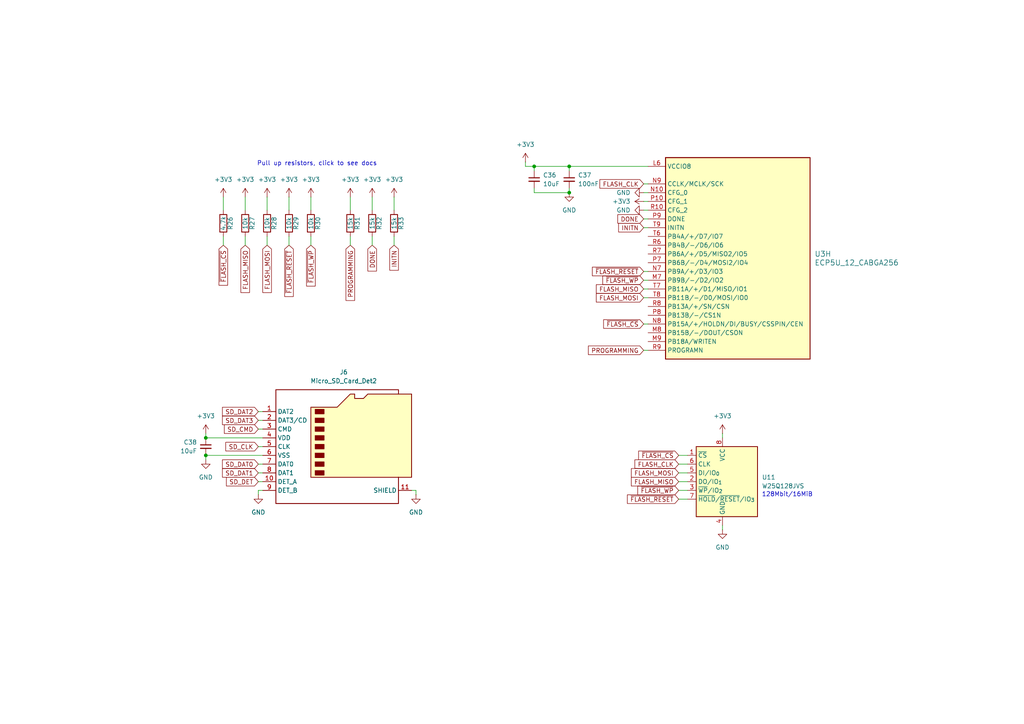
<source format=kicad_sch>
(kicad_sch (version 20250114) (generator "eeschema") (generator_version "9.0")
  (paper "A4")
  (title_block (title "Icepi zero") (date "2025-05-04") (rev "v1") (company "Chengyin Yao (cheyao)") (comment 1 "https://github.com/cheyao/icepi-zero"))
  (lib_symbols
    (symbol "Connector:Micro_SD_Card_Det2"
      (property "Reference" "J" (at -16.51 17.78 0))
      (property "Value" "Micro_SD_Card_Det2" (at 16.51 17.78 0))
      (symbol "Micro_SD_Card_Det2_0_1"
        (polyline (pts (xy -8.89 -8.89) (xy -8.89 11.43) (xy -1.27 11.43) (xy 2.54 15.24) (xy 3.81 15.24) (xy 3.81 13.97) (xy 6.35 13.97) (xy 7.62 15.24) (xy 20.32 15.24) (xy 20.32 -8.89) (xy -8.89 -8.89)) (stroke (width 0.254)) (fill (type background)))
        (rectangle (start -7.62 10.795) (end -5.08 9.525) (stroke (width 0.254)) (fill (type outline)))
        (rectangle (start -7.62 8.255) (end -5.08 6.985) (stroke (width 0.254)) (fill (type outline)))
        (rectangle (start -7.62 5.715) (end -5.08 4.445) (stroke (width 0.254)) (fill (type outline)))
        (rectangle (start -7.62 3.175) (end -5.08 1.905) (stroke (width 0.254)) (fill (type outline)))
        (rectangle (start -7.62 0.635) (end -5.08 -0.635) (stroke (width 0.254)) (fill (type outline)))
        (rectangle (start -7.62 -1.905) (end -5.08 -3.175) (stroke (width 0.254)) (fill (type outline)))
        (rectangle (start -7.62 -4.445) (end -5.08 -5.715) (stroke (width 0.254)) (fill (type outline)))
        (rectangle (start -7.62 -6.985) (end -5.08 -8.255) (stroke (width 0.254)) (fill (type outline)))
        (polyline (pts (xy 16.51 15.24) (xy 16.51 16.51) (xy -19.05 16.51) (xy -19.05 -16.51) (xy 16.51 -16.51) (xy 16.51 -8.89)) (stroke (width 0.254)))
      )
      (symbol "Micro_SD_Card_Det2_1_1"
        (pin bidirectional line (at -22.86 10.16 0) (length 3.81) (name "DAT2") (number "1"))
        (pin bidirectional line (at -22.86 7.62 0) (length 3.81) (name "DAT3/CD") (number "2"))
        (pin input line (at -22.86 5.08 0) (length 3.81) (name "CMD") (number "3"))
        (pin power_in line (at -22.86 2.54 0) (length 3.81) (name "VDD") (number "4"))
        (pin input line (at -22.86 0 0) (length 3.81) (name "CLK") (number "5"))
        (pin power_in line (at -22.86 -2.54 0) (length 3.81) (name "VSS") (number "6"))
        (pin bidirectional line (at -22.86 -5.08 0) (length 3.81) (name "DAT0") (number "7"))
        (pin bidirectional line (at -22.86 -7.62 0) (length 3.81) (name "DAT1") (number "8"))
        (pin passive line (at -22.86 -10.16 0) (length 3.81) (name "DET_A") (number "10"))
        (pin passive line (at -22.86 -12.7 0) (length 3.81) (name "DET_B") (number "9"))
        (pin passive line (at 20.32 -12.7 180) (length 3.81) (name "SHIELD") (number "11"))
      )
    )
    (symbol "Device:C_Small" (pin_numbers (hide yes)) (pin_names (offset 0.254) (hide yes))
      (property "Reference" "C" (at 0.254 1.778 0))
      (property "Value" "C_Small" (at 0.254 -2.032 0))
      (symbol "C_Small_0_1"
        (polyline (pts (xy -1.524 0.508) (xy 1.524 0.508)) (stroke (width 0.3048)))
        (polyline (pts (xy -1.524 -0.508) (xy 1.524 -0.508)) (stroke (width 0.3302)))
      )
      (symbol "C_Small_1_1"
        (pin passive line (at 0 2.54 270) (length 2.032) (name "~") (number "1"))
        (pin passive line (at 0 -2.54 90) (length 2.032) (name "~") (number "2"))
      )
    )
    (symbol "Device:R" (pin_numbers (hide yes)) (pin_names (offset 0))
      (property "Reference" "R" (at 2.032 0 90))
      (property "Value" "R" (at 0 0 90))
      (symbol "R_0_1"
        (rectangle (start -1.016 -2.54) (end 1.016 2.54) (stroke (width 0.254)))
      )
      (symbol "R_1_1"
        (pin passive line (at 0 3.81 270) (length 1.27) (name "~") (number "1"))
        (pin passive line (at 0 -3.81 90) (length 1.27) (name "~") (number "2"))
      )
    )
    (symbol "Memory_Flash:W25Q128JVS"
      (property "Reference" "U" (at -6.35 11.43 0))
      (property "Value" "W25Q128JVS" (at 7.62 11.43 0))
      (symbol "W25Q128JVS_0_1"
        (rectangle (start -7.62 10.16) (end 10.16 -10.16) (stroke (width 0.254)) (fill (type background)))
      )
      (symbol "W25Q128JVS_1_1"
        (pin input line (at -10.16 7.62 0) (length 2.54) (name "~{CS}") (number "1"))
        (pin input line (at -10.16 5.08 0) (length 2.54) (name "CLK") (number "6"))
        (pin bidirectional line (at -10.16 2.54 0) (length 2.54) (name "DI/IO_{0}") (number "5"))
        (pin bidirectional line (at -10.16 0 0) (length 2.54) (name "DO/IO_{1}") (number "2"))
        (pin bidirectional line (at -10.16 -2.54 0) (length 2.54) (name "~{WP}/IO_{2}") (number "3"))
        (pin bidirectional line (at -10.16 -5.08 0) (length 2.54) (name "~{HOLD}/~{RESET}/IO_{3}") (number "7"))
        (pin power_in line (at 0 12.7 270) (length 2.54) (name "VCC") (number "8"))
        (pin power_in line (at 0 -12.7 90) (length 2.54) (name "GND") (number "4"))
      )
    )
    (symbol "josh:ECP5U_12_CABGA256"
      (property "Reference" "U" (at -15.24 45.72 0))
      (property "Value" "ECP5U_12_CABGA256" (at 7.62 43.18 0))
      (symbol "ECP5U_12_CABGA256_1_1"
        (rectangle (start -7.62 7.62) (end 6.35 -7.62) (stroke (width 0.001)) (fill (type background)))
        (pin power_in line (at -12.7 5.08 0) (length 5.08) (name "VCC[6]") (number "G6"))
        (pin power_in line (at -12.7 5.08 0) (length 5.08) (name "VCC[6]") (number "G7"))
        (pin power_in line (at -12.7 5.08 0) (length 5.08) (name "VCC[6]") (number "G9"))
        (pin power_in line (at -12.7 5.08 0) (length 5.08) (name "VCC[6]") (number "L10"))
        (pin power_in line (at -12.7 5.08 0) (length 5.08) (name "VCC[6]") (number "L8"))
        (pin power_in line (at -12.7 5.08 0) (length 5.08) (name "VCC[6]") (number "L9"))
        (pin power_in line (at -12.7 2.54 0) (length 5.08) (name "VCCAUX[2]") (number "G11"))
        (pin power_in line (at -12.7 2.54 0) (length 5.08) (name "VCCAUX[2]") (number "L7"))
        (pin power_in line (at -12.7 -5.08 0) (length 5.08) (name "GND[27]") (number "A1"))
        (pin power_in line (at -12.7 -5.08 0) (length 5.08) (name "GND[27]") (number "A16"))
        (pin power_in line (at -12.7 -5.08 0) (length 5.08) (name "GND[27]") (number "D15"))
        (pin power_in line (at -12.7 -5.08 0) (length 5.08) (name "GND[27]") (number "D2"))
        (pin power_in line (at -12.7 -5.08 0) (length 5.08) (name "GND[27]") (number "F8"))
        (pin power_in line (at -12.7 -5.08 0) (length 5.08) (name "GND[27]") (number "F9"))
        (pin power_in line (at -12.7 -5.08 0) (length 5.08) (name "GND[27]") (number "G10"))
        (pin power_in line (at -12.7 -5.08 0) (length 5.08) (name "GND[27]") (number "G8"))
        (pin power_in line (at -12.7 -5.08 0) (length 5.08) (name "GND[27]") (number "H1"))
        (pin power_in line (at -12.7 -5.08 0) (length 5.08) (name "GND[27]") (number "H10"))
        (pin power_in line (at -12.7 -5.08 0) (length 5.08) (name "GND[27]") (number "H16"))
        (pin power_in line (at -12.7 -5.08 0) (length 5.08) (name "GND[27]") (number "H8"))
        (pin power_in line (at -12.7 -5.08 0) (length 5.08) (name "GND[27]") (number "H9"))
        (pin power_in line (at -12.7 -5.08 0) (length 5.08) (name "GND[27]") (number "J10"))
        (pin power_in line (at -12.7 -5.08 0) (length 5.08) (name "GND[27]") (number "J8"))
        (pin power_in line (at -12.7 -5.08 0) (length 5.08) (name "GND[27]") (number "J9"))
        (pin power_in line (at -12.7 -5.08 0) (length 5.08) (name "GND[27]") (number "K10"))
        (pin power_in line (at -12.7 -5.08 0) (length 5.08) (name "GND[27]") (number "K6"))
        (pin power_in line (at -12.7 -5.08 0) (length 5.08) (name "GND[27]") (number "K7"))
        (pin power_in line (at -12.7 -5.08 0) (length 5.08) (name "GND[27]") (number "K8"))
        (pin power_in line (at -12.7 -5.08 0) (length 5.08) (name "GND[27]") (number "K9"))
        (pin power_in line (at -12.7 -5.08 0) (length 5.08) (name "GND[27]") (number "N15"))
        (pin power_in line (at -12.7 -5.08 0) (length 5.08) (name "GND[27]") (number "N2"))
        (pin power_in line (at -12.7 -5.08 0) (length 5.08) (name "GND[27]") (number "T1"))
        (pin power_in line (at -12.7 -5.08 0) (length 5.08) (name "GND[27]") (number "T12"))
        (pin power_in line (at -12.7 -5.08 0) (length 5.08) (name "GND[27]") (number "T16"))
        (pin power_in line (at -12.7 -5.08 0) (length 5.08) (name "GND[27]") (number "T5"))
      )
      (symbol "ECP5U_12_CABGA256_2_1"
        (rectangle (start -16.51 40.64) (end 8.89 -27.94) (stroke (width 0.305)) (fill (type background)))
        (pin power_in line (at -21.59 38.1 0) (length 5.08) (name "VCCIO0[2]") (number "F6"))
        (pin power_in line (at -21.59 38.1 0) (length 5.08) (name "VCCIO0[2]") (number "F7"))
        (pin bidirectional line (at -21.59 33.02 0) (length 5.08) (name "PT4A/+") (number "A2"))
        (pin bidirectional line (at -21.59 30.48 0) (length 5.08) (name "PT4B/-") (number "B3"))
        (pin bidirectional line (at -21.59 27.94 0) (length 5.08) (name "PT6A/+") (number "A3"))
        (pin bidirectional line (at -21.59 25.4 0) (length 5.08) (name "PT6B/-") (number "A4"))
        (pin bidirectional line (at -21.59 22.86 0) (length 5.08) (name "PT9A/+") (number "E4"))
        (pin bidirectional line (at -21.59 20.32 0) (length 5.08) (name "PT9B/-") (number "D4"))
        (pin bidirectional line (at -21.59 17.78 0) (length 5.08) (name "PT11A/+") (number "C4"))
        (pin bidirectional line (at -21.59 15.24 0) (length 5.08) (name "PT11B/-") (number "B4"))
        (pin bidirectional line (at -21.59 12.7 0) (length 5.08) (name "PT13A/+") (number "E5"))
        (pin bidirectional line (at -21.59 10.16 0) (length 5.08) (name "PT13B/-") (number "D5"))
        (pin bidirectional line (at -21.59 7.62 0) (length 5.08) (name "PT15A/+") (number "C5"))
        (pin bidirectional line (at -21.59 5.08 0) (length 5.08) (name "PT15B/-") (number "B5"))
        (pin bidirectional line (at -21.59 2.54 0) (length 5.08) (name "PT18A/+") (number "A5"))
        (pin bidirectional line (at -21.59 0 0) (length 5.08) (name "PT18B/-") (number "A6"))
        (pin bidirectional line (at -21.59 -2.54 0) (length 5.08) (name "PT20A/+") (number "E6"))
        (pin bidirectional line (at -21.59 -5.08 0) (length 5.08) (name "PT20B/-") (number "D6"))
        (pin bidirectional line (at -21.59 -7.62 0) (length 5.08) (name "PT22A/+") (number "C6"))
        (pin bidirectional line (at -21.59 -10.16 0) (length 5.08) (name "PT22B/-") (number "B6"))
        (pin bidirectional line (at -21.59 -12.7 0) (length 5.08) (name "PT24A/+/GR_PCLK0_1") (number "E7"))
        (pin bidirectional line (at -21.59 -15.24 0) (length 5.08) (name "PT24B/-/GR_PCLK0_0") (number "D7"))
        (pin bidirectional line (at -21.59 -17.78 0) (length 5.08) (name "PT27A/+/PCLKT0_1") (number "C7"))
        (pin bidirectional line (at -21.59 -20.32 0) (length 5.08) (name "PT27B/-/PCLKC0_1") (number "B7"))
        (pin bidirectional line (at -21.59 -22.86 0) (length 5.08) (name "PT29A/+/PCLKT0_0") (number "A7"))
        (pin bidirectional line (at -21.59 -25.4 0) (length 5.08) (name "PT29B/-/PCLKC0_0") (number "A8"))
      )
      (symbol "ECP5U_12_CABGA256_3_1"
        (rectangle (start -16.51 40.64) (end 8.89 -48.26) (stroke (width 0.305)) (fill (type background)))
        (pin power_in line (at -21.59 38.1 0) (length 5.08) (name "VCCIO1[2]") (number "F10"))
        (pin power_in line (at -21.59 38.1 0) (length 5.08) (name "VCCIO1[2]") (number "F11"))
        (pin bidirectional line (at -21.59 33.02 0) (length 5.08) (name "PT33A/+/PCLKT1_1") (number "E8"))
        (pin bidirectional line (at -21.59 30.48 0) (length 5.08) (name "PT33B/-/PCLKC1_1") (number "D8"))
        (pin bidirectional line (at -21.59 27.94 0) (length 5.08) (name "PT35A/+/PCLKT1_0") (number "C8"))
        (pin bidirectional line (at -21.59 25.4 0) (length 5.08) (name "PT35B/-/PCLKC1_0") (number "B8"))
        (pin bidirectional line (at -21.59 22.86 0) (length 5.08) (name "PT38A/+/GR_PCLK1_0") (number "B9"))
        (pin bidirectional line (at -21.59 20.32 0) (length 5.08) (name "PT38B/-/GR_PCLK1_1") (number "C9"))
        (pin bidirectional line (at -21.59 17.78 0) (length 5.08) (name "PT40A/+") (number "D9"))
        (pin bidirectional line (at -21.59 15.24 0) (length 5.08) (name "PT40B/-") (number "E9"))
        (pin bidirectional line (at -21.59 12.7 0) (length 5.08) (name "PT42A/+") (number "A9"))
        (pin bidirectional line (at -21.59 10.16 0) (length 5.08) (name "PT42B/-") (number "A10"))
        (pin bidirectional line (at -21.59 7.62 0) (length 5.08) (name "PT44A/+") (number "B10"))
        (pin bidirectional line (at -21.59 5.08 0) (length 5.08) (name "PT44B/-") (number "C10"))
        (pin bidirectional line (at -21.59 2.54 0) (length 5.08) (name "PT47A/+") (number "D10"))
        (pin bidirectional line (at -21.59 0 0) (length 5.08) (name "PT47B/-") (number "E10"))
        (pin bidirectional line (at -21.59 -2.54 0) (length 5.08) (name "PT49A/+") (number "B11"))
        (pin bidirectional line (at -21.59 -5.08 0) (length 5.08) (name "PT49B/-") (number "C11"))
        (pin bidirectional line (at -21.59 -7.62 0) (length 5.08) (name "PT51A/+") (number "D11"))
        (pin bidirectional line (at -21.59 -10.16 0) (length 5.08) (name "PT51B/-") (number "E11"))
        (pin bidirectional line (at -21.59 -12.7 0) (length 5.08) (name "PT53A/+") (number "A11"))
        (pin bidirectional line (at -21.59 -15.24 0) (length 5.08) (name "PT53B/-") (number "A12"))
        (pin bidirectional line (at -21.59 -17.78 0) (length 5.08) (name "PT56A/+") (number "B12"))
        (pin bidirectional line (at -21.59 -20.32 0) (length 5.08) (name "PT56B/-") (number "C12"))
        (pin bidirectional line (at -21.59 -22.86 0) (length 5.08) (name "PT58A/+") (number "D12"))
        (pin bidirectional line (at -21.59 -25.4 0) (length 5.08) (name "PT58B/-") (number "E12"))
        (pin bidirectional line (at -21.59 -27.94 0) (length 5.08) (name "PT60A/+") (number "B13"))
        (pin bidirectional line (at -21.59 -30.48 0) (length 5.08) (name "PT60B/-") (number "C13"))
        (pin bidirectional line (at -21.59 -33.02 0) (length 5.08) (name "PT62A/+") (number "D13"))
        (pin bidirectional line (at -21.59 -35.56 0) (length 5.08) (name "PT62B/-") (number "E13"))
        (pin bidirectional line (at -21.59 -38.1 0) (length 5.08) (name "PT65A/+") (number "A13"))
        (pin bidirectional line (at -21.59 -40.64 0) (length 5.08) (name "PT65B/-") (number "A14"))
        (pin bidirectional line (at -21.59 -43.18 0) (length 5.08) (name "PT67A/+") (number "B14"))
        (pin bidirectional line (at -21.59 -45.72 0) (length 5.08) (name "PT67B/-") (number "A15"))
      )
      (symbol "ECP5U_12_CABGA256_4_1"
        (rectangle (start -16.51 40.64) (end 21.59 -48.26) (stroke (width 0.305)) (fill (type background)))
        (pin power_in line (at -21.59 38.1 0) (length 5.08) (name "VCCIO2[2]") (number "H11"))
        (pin power_in line (at -21.59 38.1 0) (length 5.08) (name "VCCIO2[2]") (number "J11"))
        (pin bidirectional line (at -21.59 33.02 0) (length 5.08) (name "PR2A/+/HS/RDQ8") (number "B16"))
        (pin bidirectional line (at -21.59 30.48 0) (length 5.08) (name "PR2B/-/S0_IN/HS/RDQ8") (number "B15"))
        (pin bidirectional line (at -21.59 27.94 0) (length 5.08) (name "PR2C/+/RDQ8") (number "C14"))
        (pin bidirectional line (at -21.59 25.4 0) (length 5.08) (name "PR2D/-/RDQ8") (number "D14"))
        (pin bidirectional line (at -21.59 22.86 0) (length 5.08) (name "PR5A/+/HS/RDQ8") (number "C16"))
        (pin bidirectional line (at -21.59 20.32 0) (length 5.08) (name "PR5B/-/HS/RDQ8") (number "C15"))
        (pin bidirectional line (at -21.59 17.78 0) (length 5.08) (name "PR5C/+/RDQ8") (number "E14"))
        (pin bidirectional line (at -21.59 15.24 0) (length 5.08) (name "PR5D/-/RDQ8") (number "F14"))
        (pin bidirectional line (at -21.59 12.7 0) (length 5.08) (name "PR8A/+/HS/RDQS8") (number "D16"))
        (pin bidirectional line (at -21.59 10.16 0) (length 5.08) (name "PR8B/-/HS/RDQSN8") (number "E15"))
        (pin bidirectional line (at -21.59 7.62 0) (length 5.08) (name "PR8C/+/RDQ8") (number "F13"))
        (pin bidirectional line (at -21.59 5.08 0) (length 5.08) (name "PR8D/-/RDQ8") (number "F12"))
        (pin bidirectional line (at -21.59 2.54 0) (length 5.08) (name "PR11A/+/HS/RDQ8") (number "G12"))
        (pin bidirectional line (at -21.59 0 0) (length 5.08) (name "PR11B/-/HS/RDQ8") (number "G13"))
        (pin bidirectional line (at -21.59 -2.54 0) (length 5.08) (name "PR11C/+/RDQ8") (number "F15"))
        (pin bidirectional line (at -21.59 -5.08 0) (length 5.08) (name "PR11D/-/RDQ8") (number "E16"))
        (pin bidirectional line (at -21.59 -7.62 0) (length 5.08) (name "PR14A/+/HS/RDQ20") (number "F16"))
        (pin bidirectional line (at -21.59 -10.16 0) (length 5.08) (name "PR14B/-/HS/RDQ20") (number "G15"))
        (pin bidirectional line (at -21.59 -12.7 0) (length 5.08) (name "PR14C/+/VREF1_2/RDQ20") (number "G14"))
        (pin bidirectional line (at -21.59 -15.24 0) (length 5.08) (name "PR14D/-/RDQ20") (number "H14"))
        (pin bidirectional line (at -21.59 -17.78 0) (length 5.08) (name "PR17A/+/HS/RDQ20") (number "H12"))
        (pin bidirectional line (at -21.59 -20.32 0) (length 5.08) (name "PR17B/-/HS/RDQ20") (number "H13"))
        (pin bidirectional line (at -21.59 -22.86 0) (length 5.08) (name "PR17C/+/RDQ20") (number "J13"))
        (pin bidirectional line (at -21.59 -25.4 0) (length 5.08) (name "PR17D/-/RDQ20") (number "J12"))
        (pin bidirectional line (at -21.59 -27.94 0) (length 5.08) (name "PR20A/+/GR_PCLK2_1/HS/RDQS20") (number "G16"))
        (pin bidirectional line (at -21.59 -30.48 0) (length 5.08) (name "PR20B/-/HS/RDQSN20") (number "H15"))
        (pin bidirectional line (at -21.59 -33.02 0) (length 5.08) (name "PR20C/+/GR_PCLK2_0/RDQ20") (number "J14"))
        (pin bidirectional line (at -21.59 -35.56 0) (length 5.08) (name "PR20D/-/RDQ20") (number "K14"))
        (pin bidirectional line (at -21.59 -38.1 0) (length 5.08) (name "PR23A/+/PCLKT2_1/HS/RDQ20") (number "J16"))
        (pin bidirectional line (at -21.59 -40.64 0) (length 5.08) (name "PR23B/-/PCLKC2_1/HS/RDQ20") (number "J15"))
        (pin bidirectional line (at -21.59 -43.18 0) (length 5.08) (name "PR23C/+/PCLKT2_0/RDQ20") (number "K16"))
        (pin bidirectional line (at -21.59 -45.72 0) (length 5.08) (name "PR23D/-/PCLKC2_0/RDQ20") (number "K15"))
      )
      (symbol "ECP5U_12_CABGA256_5_1"
        (rectangle (start -16.51 40.64) (end 19.05 -48.26) (stroke (width 0.305)) (fill (type background)))
        (pin power_in line (at -21.59 38.1 0) (length 5.08) (name "VCCIO3[2]") (number "K11"))
        (pin power_in line (at -21.59 38.1 0) (length 5.08) (name "VCCIO3[2]") (number "L11"))
        (pin bidirectional line (at -21.59 33.02 0) (length 5.08) (name "PR26A/+/PCLKT3_1/HS/RDQ32") (number "L16"))
        (pin bidirectional line (at -21.59 30.48 0) (length 5.08) (name "PR26B/-/PCLKC3_1/HS/RDQ32") (number "L15"))
        (pin bidirectional line (at -21.59 27.94 0) (length 5.08) (name "PR26C/+/PCLKT3_0/RDQ32") (number "M16"))
        (pin bidirectional line (at -21.59 25.4 0) (length 5.08) (name "PR26D/-/PCLKC3_0/RDQ32") (number "M15"))
        (pin bidirectional line (at -21.59 22.86 0) (length 5.08) (name "PR29A/+/GR_PCLK3_0/HS/RDQ32") (number "K13"))
        (pin bidirectional line (at -21.59 20.32 0) (length 5.08) (name "PR29B/-/HS/RDQ32") (number "K12"))
        (pin bidirectional line (at -21.59 17.78 0) (length 5.08) (name "PR29C/+/GR_PCLK3_1/RDQ32") (number "L13"))
        (pin bidirectional line (at -21.59 15.24 0) (length 5.08) (name "PR29D/-/RDQ32") (number "L12"))
        (pin bidirectional line (at -21.59 12.7 0) (length 5.08) (name "PR32A/+/HS/RDQS32") (number "N16"))
        (pin bidirectional line (at -21.59 10.16 0) (length 5.08) (name "PR32B/-/HS/RDQSN32") (number "P15"))
        (pin bidirectional line (at -21.59 7.62 0) (length 5.08) (name "PR32C/+/RDQ32") (number "L14"))
        (pin bidirectional line (at -21.59 5.08 0) (length 5.08) (name "PR32D/-/RDQ32") (number "M14"))
        (pin bidirectional line (at -21.59 2.54 0) (length 5.08) (name "PR35A/+/HS/RDQ32") (number "P16"))
        (pin bidirectional line (at -21.59 0 0) (length 5.08) (name "PR35B/-/VREF1_3/HS/RDQ32") (number "R16"))
        (pin bidirectional line (at -21.59 -2.54 0) (length 5.08) (name "PR35C/+/RDQ32") (number "M13"))
        (pin bidirectional line (at -21.59 -5.08 0) (length 5.08) (name "PR35D/-/RDQ32") (number "N14"))
        (pin bidirectional line (at -21.59 -7.62 0) (length 5.08) (name "PR38A/+/HS/RDQ44") (number "N13"))
        (pin bidirectional line (at -21.59 -10.16 0) (length 5.08) (name "PR38B/-/HS/RDQ44") (number "P14"))
        (pin bidirectional line (at -21.59 -12.7 0) (length 5.08) (name "PR38C/+/RDQ44") (number "R15"))
        (pin bidirectional line (at -21.59 -15.24 0) (length 5.08) (name "PR38D/-/RDQ44") (number "T15"))
        (pin bidirectional line (at -21.59 -17.78 0) (length 5.08) (name "PR41A/+/HS/RDQ44") (number "P13"))
        (pin bidirectional line (at -21.59 -20.32 0) (length 5.08) (name "PR41B/-/HS/RDQ44") (number "R14"))
        (pin bidirectional line (at -21.59 -22.86 0) (length 5.08) (name "PR41C/+/RDQ44") (number "R13"))
        (pin bidirectional line (at -21.59 -25.4 0) (length 5.08) (name "PR41D/-/RDQ44") (number "T14"))
        (pin bidirectional line (at -21.59 -27.94 0) (length 5.08) (name "PR44A/+/HS/RDQS44") (number "R12"))
        (pin bidirectional line (at -21.59 -30.48 0) (length 5.08) (name "PR44B/-/HS/RDQSN44") (number "T13"))
        (pin bidirectional line (at -21.59 -33.02 0) (length 5.08) (name "PR44C/+/RDQ44") (number "M12"))
        (pin bidirectional line (at -21.59 -35.56 0) (length 5.08) (name "PR44D/-/RDQ44") (number "N12"))
        (pin bidirectional line (at -21.59 -38.1 0) (length 5.08) (name "PR47A/+/HS/RDQ44") (number "M11"))
        (pin bidirectional line (at -21.59 -40.64 0) (length 5.08) (name "PR47B/-/HS/RDQ44") (number "N11"))
        (pin bidirectional line (at -21.59 -43.18 0) (length 5.08) (name "PR47C/+/LRC_GPLL0T_IN/RDQ44") (number "P11"))
        (pin bidirectional line (at -21.59 -45.72 0) (length 5.08) (name "PR47D/-/LRC_GPLL0C_IN/RDQ44") (number "P12"))
      )
      (symbol "ECP5U_12_CABGA256_6_1"
        (rectangle (start -16.51 40.64) (end 19.05 -48.26) (stroke (width 0.305)) (fill (type background)))
        (pin power_in line (at -21.59 38.1 0) (length 5.08) (name "VCCIO6[2]") (number "J6"))
        (pin power_in line (at -21.59 38.1 0) (length 5.08) (name "VCCIO6[2]") (number "J7"))
        (pin bidirectional line (at -21.59 33.02 0) (length 5.08) (name "PL26A/+/PCLKT6_1/HS/LDQ32") (number "L1"))
        (pin bidirectional line (at -21.59 30.48 0) (length 5.08) (name "PL26B/-/PCLKC6_1/HS/LDQ32") (number "L2"))
        (pin bidirectional line (at -21.59 27.94 0) (length 5.08) (name "PL26C/+/PCLKT6_0/LDQ32") (number "M1"))
        (pin bidirectional line (at -21.59 25.4 0) (length 5.08) (name "PL26D/-/PCLKC6_0/LDQ32") (number "M2"))
        (pin bidirectional line (at -21.59 22.86 0) (length 5.08) (name "PL29A/+/GR_PCLK6_0/HS/LDQ32") (number "K4"))
        (pin bidirectional line (at -21.59 20.32 0) (length 5.08) (name "PL29B/-/HS/LDQ32") (number "K5"))
        (pin bidirectional line (at -21.59 17.78 0) (length 5.08) (name "PL29C/+/GR_PCLK6_1/LDQ32") (number "L4"))
        (pin bidirectional line (at -21.59 15.24 0) (length 5.08) (name "PL29D/-/LDQ32") (number "L5"))
        (pin bidirectional line (at -21.59 12.7 0) (length 5.08) (name "PL32A/+/HS/LDQS32") (number "N1"))
        (pin bidirectional line (at -21.59 10.16 0) (length 5.08) (name "PL32B/-/HS/LDQSN32") (number "P2"))
        (pin bidirectional line (at -21.59 7.62 0) (length 5.08) (name "PL32C/+/LDQ32") (number "L3"))
        (pin bidirectional line (at -21.59 5.08 0) (length 5.08) (name "PL32D/-/LDQ32") (number "M3"))
        (pin bidirectional line (at -21.59 2.54 0) (length 5.08) (name "PL35A/+/HS/LDQ32") (number "P1"))
        (pin bidirectional line (at -21.59 0 0) (length 5.08) (name "PL35B/-/VREF1_6/HS/LDQ32") (number "R1"))
        (pin bidirectional line (at -21.59 -2.54 0) (length 5.08) (name "PL35C/+/LDQ32") (number "M4"))
        (pin bidirectional line (at -21.59 -5.08 0) (length 5.08) (name "PL35D/-/LDQ32") (number "N3"))
        (pin bidirectional line (at -21.59 -7.62 0) (length 5.08) (name "PL38A/+/HS/LDQ44") (number "N4"))
        (pin bidirectional line (at -21.59 -10.16 0) (length 5.08) (name "PL38B/-/HS/LDQ44") (number "P3"))
        (pin bidirectional line (at -21.59 -12.7 0) (length 5.08) (name "PL38C/+/LDQ44") (number "R2"))
        (pin bidirectional line (at -21.59 -15.24 0) (length 5.08) (name "PL38D/-/LDQ44") (number "T2"))
        (pin bidirectional line (at -21.59 -17.78 0) (length 5.08) (name "PL41A/+/HS/LDQ44") (number "P4"))
        (pin bidirectional line (at -21.59 -20.32 0) (length 5.08) (name "PL41B/-/HS/LDQ44") (number "R3"))
        (pin bidirectional line (at -21.59 -22.86 0) (length 5.08) (name "PL41C/+/LDQ44") (number "R4"))
        (pin bidirectional line (at -21.59 -25.4 0) (length 5.08) (name "PL41D/-/LDQ44") (number "T3"))
        (pin bidirectional line (at -21.59 -27.94 0) (length 5.08) (name "PL44A/+/HS/LDQS44") (number "R5"))
        (pin bidirectional line (at -21.59 -30.48 0) (length 5.08) (name "PL44B/-/HS/LDQSN44") (number "T4"))
        (pin bidirectional line (at -21.59 -33.02 0) (length 5.08) (name "PL44C/+/LDQ44") (number "M5"))
        (pin bidirectional line (at -21.59 -35.56 0) (length 5.08) (name "PL44D/-/LDQ44") (number "N5"))
        (pin bidirectional line (at -21.59 -38.1 0) (length 5.08) (name "PL47A/+/HS/LDQ44") (number "M6"))
        (pin bidirectional line (at -21.59 -40.64 0) (length 5.08) (name "PL47B/-/HS/LDQ44") (number "N6"))
        (pin bidirectional line (at -21.59 -43.18 0) (length 5.08) (name "PL47C/+/LLC_GPLL0T_IN/LDQ44") (number "P6"))
        (pin bidirectional line (at -21.59 -45.72 0) (length 5.08) (name "PL47D/-/LLC_GPLL0C_IN/LDQ44") (number "P5"))
      )
      (symbol "ECP5U_12_CABGA256_7_1"
        (rectangle (start -16.51 40.64) (end 20.32 -46.99) (stroke (width 0.305)) (fill (type background)))
        (pin power_in line (at -21.59 38.1 0) (length 5.08) (name "VCCIO7[2]") (number "H6"))
        (pin power_in line (at -21.59 38.1 0) (length 5.08) (name "VCCIO7[2]") (number "H7"))
        (pin bidirectional line (at -21.59 34.29 0) (length 5.08) (name "PL2A/+/HS/LDQ8") (number "B1"))
        (pin bidirectional line (at -21.59 31.75 0) (length 5.08) (name "PL2B/-/HS/LDQ8") (number "B2"))
        (pin bidirectional line (at -21.59 29.21 0) (length 5.08) (name "PL2C/+/LDQ8") (number "C3"))
        (pin bidirectional line (at -21.59 26.67 0) (length 5.08) (name "PL2D/-/LDQ8") (number "D3"))
        (pin bidirectional line (at -21.59 24.13 0) (length 5.08) (name "PL5A/+/HS/LDQ8") (number "C1"))
        (pin bidirectional line (at -21.59 21.59 0) (length 5.08) (name "PL5B/-/HS/LDQ8") (number "C2"))
        (pin bidirectional line (at -21.59 19.05 0) (length 5.08) (name "PL5C/+/LDQ8") (number "E3"))
        (pin bidirectional line (at -21.59 16.51 0) (length 5.08) (name "PL5D/-/LDQ8") (number "F3"))
        (pin bidirectional line (at -21.59 13.97 0) (length 5.08) (name "PL8A/+/HS/LDQS8") (number "D1"))
        (pin bidirectional line (at -21.59 11.43 0) (length 5.08) (name "PL8B/-/HS/LDQSN8") (number "E2"))
        (pin bidirectional line (at -21.59 8.89 0) (length 5.08) (name "PL8C/+/LDQ8") (number "F4"))
        (pin bidirectional line (at -21.59 6.35 0) (length 5.08) (name "PL8D/-/LDQ8") (number "F5"))
        (pin bidirectional line (at -21.59 3.81 0) (length 5.08) (name "PL11A/+/HS/LDQ8") (number "G5"))
        (pin bidirectional line (at -21.59 1.27 0) (length 5.08) (name "PL11B/-/HS/LDQ8") (number "G4"))
        (pin bidirectional line (at -21.59 -1.27 0) (length 5.08) (name "PL11C/+/LDQ8") (number "F2"))
        (pin bidirectional line (at -21.59 -3.81 0) (length 5.08) (name "PL11D/-/LDQ8") (number "E1"))
        (pin bidirectional line (at -21.59 -6.35 0) (length 5.08) (name "PL14A/+/HS/LDQ20") (number "F1"))
        (pin bidirectional line (at -21.59 -8.89 0) (length 5.08) (name "PL14B/-/HS/LDQ20") (number "G2"))
        (pin bidirectional line (at -21.59 -11.43 0) (length 5.08) (name "PL14C/+/VREF1_7/LDQ20") (number "G3"))
        (pin bidirectional line (at -21.59 -13.97 0) (length 5.08) (name "PL14D/-/LDQ20") (number "H3"))
        (pin bidirectional line (at -21.59 -16.51 0) (length 5.08) (name "PL17A/+/HS/LDQ20") (number "H5"))
        (pin bidirectional line (at -21.59 -19.05 0) (length 5.08) (name "PL17B/-/HS/LDQ20") (number "H4"))
        (pin bidirectional line (at -21.59 -21.59 0) (length 5.08) (name "PL17C/+/LDQ20") (number "J4"))
        (pin bidirectional line (at -21.59 -24.13 0) (length 5.08) (name "PL17D/-/LDQ20") (number "J5"))
        (pin bidirectional line (at -21.59 -26.67 0) (length 5.08) (name "PL20A/+/GR_PCLK7_1/HS/LDQS20") (number "G1"))
        (pin bidirectional line (at -21.59 -29.21 0) (length 5.08) (name "PL20B/-/HS/LDQSN20") (number "H2"))
        (pin bidirectional line (at -21.59 -31.75 0) (length 5.08) (name "PL20C/+/GR_PCLK7_0/LDQ20") (number "J3"))
        (pin bidirectional line (at -21.59 -34.29 0) (length 5.08) (name "PL20D/-/LDQ20") (number "K3"))
        (pin bidirectional line (at -21.59 -36.83 0) (length 5.08) (name "PL23A/+/PCLKT7_1/HS/LDQ20") (number "J1"))
        (pin bidirectional line (at -21.59 -39.37 0) (length 5.08) (name "PL23B/-/PCLKC7_1/HS/LDQ20") (number "J2"))
        (pin bidirectional line (at -21.59 -41.91 0) (length 5.08) (name "PL23C/+/PCLKT7_0/LDQ20") (number "K1"))
        (pin bidirectional line (at -21.59 -44.45 0) (length 5.08) (name "PL23D/-/PCLKC7_0/LDQ20") (number "K2"))
      )
      (symbol "ECP5U_12_CABGA256_8_1"
        (rectangle (start -16.51 40.64) (end 25.4 -17.78) (stroke (width 0.305)) (fill (type background)))
        (pin power_in line (at -21.59 38.1 0) (length 5.08) (name "VCCIO8") (number "L6"))
        (pin bidirectional line (at -21.59 33.02 0) (length 5.08) (name "CCLK/MCLK/SCK") (number "N9"))
        (pin bidirectional line (at -21.59 30.48 0) (length 5.08) (name "CFG_0") (number "N10"))
        (pin bidirectional line (at -21.59 27.94 0) (length 5.08) (name "CFG_1") (number "P10"))
        (pin bidirectional line (at -21.59 25.4 0) (length 5.08) (name "CFG_2") (number "R10"))
        (pin bidirectional line (at -21.59 22.86 0) (length 5.08) (name "DONE") (number "P9"))
        (pin bidirectional line (at -21.59 20.32 0) (length 5.08) (name "INITN") (number "T9"))
        (pin bidirectional line (at -21.59 17.78 0) (length 5.08) (name "PB4A/+/D7/IO7") (number "T6"))
        (pin bidirectional line (at -21.59 15.24 0) (length 5.08) (name "PB4B/-/D6/IO6") (number "R6"))
        (pin bidirectional line (at -21.59 12.7 0) (length 5.08) (name "PB6A/+/D5/MISO2/IO5") (number "R7"))
        (pin bidirectional line (at -21.59 10.16 0) (length 5.08) (name "PB6B/-/D4/MOSI2/IO4") (number "P7"))
        (pin bidirectional line (at -21.59 7.62 0) (length 5.08) (name "PB9A/+/D3/IO3") (number "N7"))
        (pin bidirectional line (at -21.59 5.08 0) (length 5.08) (name "PB9B/-/D2/IO2") (number "M7"))
        (pin bidirectional line (at -21.59 2.54 0) (length 5.08) (name "PB11A/+/D1/MISO/IO1") (number "T7"))
        (pin bidirectional line (at -21.59 0 0) (length 5.08) (name "PB11B/-/D0/MOSI/IO0") (number "T8"))
        (pin bidirectional line (at -21.59 -2.54 0) (length 5.08) (name "PB13A/+/SN/CSN") (number "R8"))
        (pin bidirectional line (at -21.59 -5.08 0) (length 5.08) (name "PB13B/-/CS1N") (number "P8"))
        (pin bidirectional line (at -21.59 -7.62 0) (length 5.08) (name "PB15A/+/HOLDN/DI/BUSY/CSSPIN/CEN") (number "N8"))
        (pin bidirectional line (at -21.59 -10.16 0) (length 5.08) (name "PB15B/-/DOUT/CSON") (number "M8"))
        (pin bidirectional line (at -21.59 -12.7 0) (length 5.08) (name "PB18A/WRITEN") (number "M9"))
        (pin bidirectional line (at -21.59 -15.24 0) (length 5.08) (name "PROGRAMN") (number "R9"))
      )
      (symbol "ECP5U_12_CABGA256_9_1"
        (rectangle (start -2.54 6.35) (end 5.08 -6.35) (stroke (width 0.305)) (fill (type background)))
        (pin bidirectional line (at -7.62 3.81 0) (length 5.08) (name "TCK") (number "T10"))
        (pin bidirectional line (at -7.62 1.27 0) (length 5.08) (name "TDI") (number "R11"))
        (pin bidirectional line (at -7.62 -1.27 0) (length 5.08) (name "TDO") (number "M10"))
        (pin bidirectional line (at -7.62 -3.81 0) (length 5.08) (name "TMS") (number "T11"))
      )
    )
    (symbol "power:+3V3" (power) (pin_numbers (hide yes)) (pin_names (offset 0) (hide yes))
      (property "Value" "+3V3" (at 0 3.556 0))
      (symbol "+3V3_0_1"
        (polyline (pts (xy -0.762 1.27) (xy 0 2.54)))
        (polyline (pts (xy 0 2.54) (xy 0.762 1.27)))
        (polyline (pts (xy 0 0) (xy 0 2.54)))
      )
      (symbol "+3V3_1_1"
        (pin power_in line (at 0 0 90) (length 0) (name "~") (number "1"))
      )
    )
    (symbol "power:GND" (power) (pin_numbers (hide yes)) (pin_names (offset 0) (hide yes))
      (property "Value" "GND" (at 0 -3.81 0))
      (symbol "GND_0_1"
        (polyline (pts (xy 0 0) (xy 0 -1.27) (xy 1.27 -1.27) (xy 0 -2.54) (xy -1.27 -1.27) (xy 0 -1.27)))
      )
      (symbol "GND_1_1"
        (pin power_in line (at 0 0 270) (length 0) (name "~") (number "1"))
      )
    )
  )
  (text "128Mbit/16MiB" (at 228.346 143.51 0) (effects (font (size 1.27 1.27))))
  (text "Pull up resistors, click to see docs" (at 91.948 47.498 0) (effects (font (size 1.27 1.27))))
  (junction (at 59.69 132.08))
  (junction (at 154.94 48.26))
  (junction (at 165.1 48.26))
  (junction (at 59.69 127))
  (junction (at 165.1 55.88))
  (wire (pts (xy 107.95 68.58) (xy 107.95 71.12)))
  (wire (pts (xy 186.69 81.28) (xy 187.96 81.28)))
  (wire (pts (xy 74.93 119.38) (xy 76.2 119.38)))
  (wire (pts (xy 186.69 60.96) (xy 187.96 60.96)))
  (wire (pts (xy 186.69 63.5) (xy 187.96 63.5)))
  (wire (pts (xy 59.69 132.08) (xy 76.2 132.08)))
  (wire (pts (xy 77.47 57.15) (xy 77.47 60.96)))
  (wire (pts (xy 154.94 55.88) (xy 165.1 55.88)))
  (wire (pts (xy 64.77 68.58) (xy 64.77 71.12)))
  (wire (pts (xy 154.94 48.26) (xy 154.94 49.53)))
  (wire (pts (xy 71.12 57.15) (xy 71.12 60.96)))
  (wire (pts (xy 154.94 48.26) (xy 165.1 48.26)))
  (wire (pts (xy 152.4 48.26) (xy 154.94 48.26)))
  (wire (pts (xy 74.93 121.92) (xy 76.2 121.92)))
  (wire (pts (xy 74.93 143.51) (xy 74.93 142.24)))
  (wire (pts (xy 90.17 68.58) (xy 90.17 71.12)))
  (wire (pts (xy 165.1 55.88) (xy 165.1 54.61)))
  (wire (pts (xy 114.3 57.15) (xy 114.3 60.96)))
  (wire (pts (xy 83.82 68.58) (xy 83.82 71.12)))
  (wire (pts (xy 120.65 142.24) (xy 119.38 142.24)))
  (wire (pts (xy 186.69 83.82) (xy 187.96 83.82)))
  (wire (pts (xy 186.69 53.34) (xy 187.96 53.34)))
  (wire (pts (xy 77.47 68.58) (xy 77.47 71.12)))
  (wire (pts (xy 196.85 144.78) (xy 199.39 144.78)))
  (wire (pts (xy 196.85 134.62) (xy 199.39 134.62)))
  (wire (pts (xy 186.69 93.98) (xy 187.96 93.98)))
  (wire (pts (xy 83.82 57.15) (xy 83.82 60.96)))
  (wire (pts (xy 74.93 129.54) (xy 76.2 129.54)))
  (wire (pts (xy 196.85 137.16) (xy 199.39 137.16)))
  (wire (pts (xy 59.69 127) (xy 76.2 127)))
  (wire (pts (xy 186.69 78.74) (xy 187.96 78.74)))
  (wire (pts (xy 186.69 101.6) (xy 187.96 101.6)))
  (wire (pts (xy 154.94 54.61) (xy 154.94 55.88)))
  (wire (pts (xy 196.85 139.7) (xy 199.39 139.7)))
  (wire (pts (xy 107.95 57.15) (xy 107.95 60.96)))
  (wire (pts (xy 165.1 48.26) (xy 187.96 48.26)))
  (wire (pts (xy 165.1 48.26) (xy 165.1 49.53)))
  (wire (pts (xy 196.85 142.24) (xy 199.39 142.24)))
  (wire (pts (xy 90.17 57.15) (xy 90.17 60.96)))
  (wire (pts (xy 74.93 139.7) (xy 76.2 139.7)))
  (wire (pts (xy 209.55 152.4) (xy 209.55 153.67)))
  (wire (pts (xy 59.69 125.73) (xy 59.69 127)))
  (wire (pts (xy 74.93 142.24) (xy 76.2 142.24)))
  (wire (pts (xy 74.93 137.16) (xy 76.2 137.16)))
  (wire (pts (xy 101.6 57.15) (xy 101.6 60.96)))
  (wire (pts (xy 186.69 86.36) (xy 187.96 86.36)))
  (wire (pts (xy 71.12 68.58) (xy 71.12 71.12)))
  (wire (pts (xy 114.3 68.58) (xy 114.3 71.12)))
  (wire (pts (xy 74.93 124.46) (xy 76.2 124.46)))
  (wire (pts (xy 209.55 125.73) (xy 209.55 127)))
  (wire (pts (xy 64.77 57.15) (xy 64.77 60.96)))
  (wire (pts (xy 186.69 66.04) (xy 187.96 66.04)))
  (wire (pts (xy 186.69 58.42) (xy 187.96 58.42)))
  (wire (pts (xy 196.85 132.08) (xy 199.39 132.08)))
  (wire (pts (xy 152.4 46.99) (xy 152.4 48.26)))
  (wire (pts (xy 186.69 55.88) (xy 187.96 55.88)))
  (wire (pts (xy 74.93 134.62) (xy 76.2 134.62)))
  (wire (pts (xy 59.69 133.35) (xy 59.69 132.08)))
  (wire (pts (xy 120.65 143.51) (xy 120.65 142.24)))
  (wire (pts (xy 101.6 68.58) (xy 101.6 71.12)))
  (global_label "FLASH_CLK" (shape input) (at 196.85 134.62 180) (property "Intersheetrefs" "${INTERSHEET_REFS}" (effects (hide yes))))
  (global_label "~{FLASH_CS}" (shape input) (at 196.85 132.08 180) (property "Intersheetrefs" "${INTERSHEET_REFS}" (effects (hide yes))))
  (global_label "SD_CLK" (shape input) (at 74.93 129.54 180) (property "Intersheetrefs" "${INTERSHEET_REFS}" (effects (hide yes))))
  (global_label "SD_DAT2" (shape input) (at 74.93 119.38 180) (property "Intersheetrefs" "${INTERSHEET_REFS}" (effects (hide yes))))
  (global_label "FLASH_MOSI" (shape input) (at 186.69 86.36 180) (property "Intersheetrefs" "${INTERSHEET_REFS}" (effects (hide yes))))
  (global_label "PROGRAMMING" (shape input) (at 186.69 101.6 180) (property "Intersheetrefs" "${INTERSHEET_REFS}" (effects (hide yes))))
  (global_label "INITN" (shape input) (at 114.3 71.12 270) (property "Intersheetrefs" "${INTERSHEET_REFS}" (effects (hide yes))))
  (global_label "SD_DAT0" (shape input) (at 74.93 134.62 180) (property "Intersheetrefs" "${INTERSHEET_REFS}" (effects (hide yes))))
  (global_label "~{FLASH_CS}" (shape input) (at 186.69 93.98 180) (property "Intersheetrefs" "${INTERSHEET_REFS}" (effects (hide yes))))
  (global_label "SD_DAT1" (shape input) (at 74.93 137.16 180) (property "Intersheetrefs" "${INTERSHEET_REFS}" (effects (hide yes))))
  (global_label "~{FLASH_RESET}" (shape input) (at 186.69 78.74 180) (property "Intersheetrefs" "${INTERSHEET_REFS}" (effects (hide yes))))
  (global_label "INITN" (shape input) (at 186.69 66.04 180) (property "Intersheetrefs" "${INTERSHEET_REFS}" (effects (hide yes))))
  (global_label "PROGRAMMING" (shape input) (at 101.6 71.12 270) (property "Intersheetrefs" "${INTERSHEET_REFS}" (effects (hide yes))))
  (global_label "DONE" (shape input) (at 186.69 63.5 180) (property "Intersheetrefs" "${INTERSHEET_REFS}" (effects (hide yes))))
  (global_label "DONE" (shape input) (at 107.95 71.12 270) (property "Intersheetrefs" "${INTERSHEET_REFS}" (effects (hide yes))))
  (global_label "FLASH_MOSI" (shape input) (at 196.85 137.16 180) (property "Intersheetrefs" "${INTERSHEET_REFS}" (effects (hide yes))))
  (global_label "~{FLASH_RESET}" (shape input) (at 196.85 144.78 180) (property "Intersheetrefs" "${INTERSHEET_REFS}" (effects (hide yes))))
  (global_label "SD_DAT3" (shape input) (at 74.93 121.92 180) (property "Intersheetrefs" "${INTERSHEET_REFS}" (effects (hide yes))))
  (global_label "SD_DET" (shape input) (at 74.93 139.7 180) (property "Intersheetrefs" "${INTERSHEET_REFS}" (effects (hide yes))))
  (global_label "FLASH_MISO" (shape input) (at 186.69 83.82 180) (property "Intersheetrefs" "${INTERSHEET_REFS}" (effects (hide yes))))
  (global_label "FLASH_MOSI" (shape input) (at 77.47 71.12 270) (property "Intersheetrefs" "${INTERSHEET_REFS}" (effects (hide yes))))
  (global_label "~{FLASH_WP}" (shape input) (at 90.17 71.12 270) (property "Intersheetrefs" "${INTERSHEET_REFS}" (effects (hide yes))))
  (global_label "FLASH_MISO" (shape input) (at 71.12 71.12 270) (property "Intersheetrefs" "${INTERSHEET_REFS}" (effects (hide yes))))
  (global_label "~{FLASH_WP}" (shape input) (at 196.85 142.24 180) (property "Intersheetrefs" "${INTERSHEET_REFS}" (effects (hide yes))))
  (global_label "FLASH_MISO" (shape input) (at 196.85 139.7 180) (property "Intersheetrefs" "${INTERSHEET_REFS}" (effects (hide yes))))
  (global_label "~{FLASH_RESET}" (shape input) (at 83.82 71.12 270) (property "Intersheetrefs" "${INTERSHEET_REFS}" (effects (hide yes))))
  (global_label "SD_CMD" (shape input) (at 74.93 124.46 180) (property "Intersheetrefs" "${INTERSHEET_REFS}" (effects (hide yes))))
  (global_label "~{FLASH_WP}" (shape input) (at 186.69 81.28 180) (property "Intersheetrefs" "${INTERSHEET_REFS}" (effects (hide yes))))
  (global_label "~{FLASH_CS}" (shape input) (at 64.77 71.12 270) (property "Intersheetrefs" "${INTERSHEET_REFS}" (effects (hide yes))))
  (global_label "FLASH_CLK" (shape input) (at 186.69 53.34 180) (property "Intersheetrefs" "${INTERSHEET_REFS}" (effects (hide yes))))
  (symbol (lib_id "Device:C_Small") (at 165.1 52.07 0) (unit 1)
    (property "Reference" "C37" (at 167.64 50.8062 0) (effects (justify left)))
    (property "Value" "100nF" (at 167.64 53.3462 0) (effects (justify left)))
    (property "Footprint" "Capacitor_SMD:C_0402_1005Metric" (effects (hide yes)))
    (property "Description" "Unpolarized capacitor, small symbol" (effects (hide yes)))
    (property "JLCPCB Part #" "C307331 " (effects (hide yes)))
  )
  (symbol (lib_id "power:+3V3") (at 71.12 57.15 0) (unit 1)
    (property "Reference" "#PWR065" (effects (hide yes)))
    (property "Value" "+3V3" (at 71.12 52.07 0))
    (property "Description" "Power symbol creates a global label with name \"+3V3\"" (effects (hide yes)))
  )
  (symbol (lib_id "Memory_Flash:W25Q128JVS") (at 209.55 139.7 0) (unit 1)
    (property "Reference" "U11" (at 220.98 138.4299 0) (effects (justify left)))
    (property "Value" "W25Q128JVS" (at 220.98 140.9699 0) (effects (justify left)))
    (property "Footprint" "Package_SO:SOIC-8_5.3x5.3mm_P1.27mm" (effects (hide yes)))
    (property "Datasheet" "https://www.winbond.com/resource-files/w25q128jv_dtr%20revc%2003272018%20plus.pdf" (effects (hide yes)))
    (property "Description" "128Mbit / 16MiB Serial Flash Memory, Standard/Dual/Quad SPI, 2.7-3.6V, SOIC-8" (effects (hide yes)))
    (property "JLCPCB Part #" "C97521" (effects (hide yes)))
  )
  (symbol (lib_id "power:GND") (at 165.1 55.88 0) (unit 1)
    (property "Reference" "#PWR062" (effects (hide yes)))
    (property "Value" "GND" (at 165.1 60.96 0))
    (property "Description" "Power symbol creates a global label with name \"GND\" , ground" (effects (hide yes)))
  )
  (symbol (lib_id "power:+3V3") (at 114.3 57.15 0) (unit 1)
    (property "Reference" "#PWR071" (effects (hide yes)))
    (property "Value" "+3V3" (at 114.3 52.07 0))
    (property "Description" "Power symbol creates a global label with name \"+3V3\"" (effects (hide yes)))
  )
  (symbol (lib_id "power:GND") (at 186.69 55.88 270) (unit 1)
    (property "Reference" "#PWR063" (effects (hide yes)))
    (property "Value" "GND" (at 182.88 55.8799 90) (effects (justify right)))
    (property "Description" "Power symbol creates a global label with name \"GND\" , ground" (effects (hide yes)))
  )
  (symbol (lib_id "power:GND") (at 59.69 133.35 0) (unit 1)
    (property "Reference" "#PWR076" (effects (hide yes)))
    (property "Value" "GND" (at 59.69 138.43 0))
    (property "Description" "Power symbol creates a global label with name \"GND\" , ground" (effects (hide yes)))
  )
  (symbol (lib_id "Device:C_Small") (at 154.94 52.07 0) (unit 1)
    (property "Reference" "C36" (at 157.48 50.8062 0) (effects (justify left)))
    (property "Value" "10uF" (at 157.48 53.3462 0) (effects (justify left)))
    (property "Footprint" "Capacitor_SMD:C_0603_1608Metric" (effects (hide yes)))
    (property "Description" "Unpolarized capacitor, small symbol" (effects (hide yes)))
  )
  (symbol (lib_id "Device:R") (at 101.6 64.77 0) (unit 1)
    (property "Reference" "R31" (at 103.632 64.77 90))
    (property "Value" "15k" (at 101.6 64.77 90))
    (property "Footprint" "Resistor_SMD:R_0402_1005Metric" (effects (hide yes)))
    (property "JLCPCB Part #" "C25756 " (effects (hide yes)))
  )
  (symbol (lib_id "power:+3V3") (at 209.55 125.73 0) (unit 1)
    (property "Reference" "#PWR075" (effects (hide yes)))
    (property "Value" "+3V3" (at 209.55 120.65 0))
    (property "Description" "Power symbol creates a global label with name \"+3V3\"" (effects (hide yes)))
  )
  (symbol (lib_id "power:GND") (at 120.65 143.51 0) (unit 1)
    (property "Reference" "#PWR078" (effects (hide yes)))
    (property "Value" "GND" (at 120.65 148.59 0))
    (property "Description" "Power symbol creates a global label with name \"GND\" , ground" (effects (hide yes)))
  )
  (symbol (lib_id "power:+3V3") (at 64.77 57.15 0) (unit 1)
    (property "Reference" "#PWR064" (effects (hide yes)))
    (property "Value" "+3V3" (at 64.77 52.07 0))
    (property "Description" "Power symbol creates a global label with name \"+3V3\"" (effects (hide yes)))
  )
  (symbol (lib_id "power:GND") (at 74.93 143.51 0) (mirror y) (unit 1)
    (property "Reference" "#PWR077" (effects (hide yes)))
    (property "Value" "GND" (at 74.93 148.59 0))
    (property "Description" "Power symbol creates a global label with name \"GND\" , ground" (effects (hide yes)))
  )
  (symbol (lib_id "power:+3V3") (at 186.69 58.42 90) (unit 1)
    (property "Reference" "#PWR072" (effects (hide yes)))
    (property "Value" "+3V3" (at 182.88 58.4199 90) (effects (justify left)))
    (property "Description" "Power symbol creates a global label with name \"+3V3\"" (effects (hide yes)))
  )
  (symbol (lib_id "power:+3V3") (at 152.4 46.99 0) (unit 1)
    (property "Reference" "#PWR061" (effects (hide yes)))
    (property "Value" "+3V3" (at 152.4 41.91 0))
    (property "Description" "Power symbol creates a global label with name \"+3V3\"" (effects (hide yes)))
  )
  (symbol (lib_id "Device:R") (at 107.95 64.77 0) (unit 1)
    (property "Reference" "R32" (at 109.982 64.77 90))
    (property "Value" "15k" (at 107.95 64.77 90))
    (property "Footprint" "Resistor_SMD:R_0402_1005Metric" (effects (hide yes)))
    (property "JLCPCB Part #" "C25756 " (effects (hide yes)))
  )
  (symbol (lib_id "power:GND") (at 209.55 153.67 0) (unit 1)
    (property "Reference" "#PWR079" (effects (hide yes)))
    (property "Value" "GND" (at 209.55 158.75 0))
    (property "Description" "Power symbol creates a global label with name \"GND\" , ground" (effects (hide yes)))
  )
  (symbol (lib_id "josh:ECP5U_12_CABGA256") (at 209.55 86.36 0) (unit 8)
    (property "Reference" "U3" (at 236.22 73.6599 0) (effects (font (size 1.524 1.524)) (justify left)))
    (property "Value" "ECP5U_12_CABGA256" (at 236.22 76.1999 0) (effects (font (size 1.524 1.524)) (justify left)))
    (property "Footprint" "Package_BGA:BGA-256_14.0x14.0mm_Layout16x16_P0.8mm_Ball0.45mm_Pad0.32mm_NSMD" (effects (hide yes)))
    (property "Datasheet" "https://www.lcsc.com/datasheet/lcsc_datasheet_2411220131_Lattice-LFE5U-25F-6BG256C_C1521614.pdf" (effects (hide yes)))
    (property "JLCPCB Part #" "C1521614" (effects (hide yes)))
  )
  (symbol (lib_id "Device:R") (at 83.82 64.77 0) (unit 1)
    (property "Reference" "R29" (at 85.852 64.77 90))
    (property "Value" "10k" (at 83.82 64.77 90))
    (property "Footprint" "Resistor_SMD:R_0402_1005Metric" (effects (hide yes)))
    (property "JLCPCB Part #" "C25744" (effects (hide yes)))
  )
  (symbol (lib_id "Device:R") (at 114.3 64.77 0) (unit 1)
    (property "Reference" "R33" (at 116.332 64.77 90))
    (property "Value" "15k" (at 114.3 64.77 90))
    (property "Footprint" "Resistor_SMD:R_0402_1005Metric" (effects (hide yes)))
    (property "JLCPCB Part #" "C25756 " (effects (hide yes)))
  )
  (symbol (lib_id "Device:R") (at 64.77 64.77 0) (unit 1)
    (property "Reference" "R26" (at 66.802 64.77 90))
    (property "Value" "4.7k" (at 64.77 64.77 90))
    (property "Footprint" "Resistor_SMD:R_0402_1005Metric" (effects (hide yes)))
    (property "JLCPCB Part #" "C25900 " (effects (hide yes)))
  )
  (symbol (lib_id "power:+3V3") (at 101.6 57.15 0) (unit 1)
    (property "Reference" "#PWR069" (effects (hide yes)))
    (property "Value" "+3V3" (at 101.6 52.07 0))
    (property "Description" "Power symbol creates a global label with name \"+3V3\"" (effects (hide yes)))
  )
  (symbol (lib_id "power:+3V3") (at 59.69 125.73 0) (unit 1)
    (property "Reference" "#PWR074" (effects (hide yes)))
    (property "Value" "+3V3" (at 59.69 120.65 0))
    (property "Description" "Power symbol creates a global label with name \"+3V3\"" (effects (hide yes)))
  )
  (symbol (lib_id "power:+3V3") (at 107.95 57.15 0) (unit 1)
    (property "Reference" "#PWR070" (effects (hide yes)))
    (property "Value" "+3V3" (at 107.95 52.07 0))
    (property "Description" "Power symbol creates a global label with name \"+3V3\"" (effects (hide yes)))
  )
  (symbol (lib_id "Device:C_Small") (at 59.69 129.54 0) (mirror y) (unit 1)
    (property "Reference" "C38" (at 57.15 128.2762 0) (effects (justify left)))
    (property "Value" "10uF" (at 57.15 130.8162 0) (effects (justify left)))
    (property "Footprint" "Capacitor_SMD:C_0603_1608Metric" (effects (hide yes)))
    (property "Description" "Unpolarized capacitor, small symbol" (effects (hide yes)))
  )
  (symbol (lib_id "Device:R") (at 71.12 64.77 0) (unit 1)
    (property "Reference" "R27" (at 73.152 64.77 90))
    (property "Value" "10k" (at 71.12 64.77 90))
    (property "Footprint" "Resistor_SMD:R_0402_1005Metric" (effects (hide yes)))
    (property "JLCPCB Part #" "C25744" (effects (hide yes)))
  )
  (symbol (lib_id "Device:R") (at 90.17 64.77 0) (unit 1)
    (property "Reference" "R30" (at 92.202 64.77 90))
    (property "Value" "10k" (at 90.17 64.77 90))
    (property "Footprint" "Resistor_SMD:R_0402_1005Metric" (effects (hide yes)))
    (property "JLCPCB Part #" "C25744" (effects (hide yes)))
  )
  (symbol (lib_id "power:+3V3") (at 83.82 57.15 0) (unit 1)
    (property "Reference" "#PWR067" (effects (hide yes)))
    (property "Value" "+3V3" (at 83.82 52.07 0))
    (property "Description" "Power symbol creates a global label with name \"+3V3\"" (effects (hide yes)))
  )
  (symbol (lib_id "power:+3V3") (at 77.47 57.15 0) (unit 1)
    (property "Reference" "#PWR066" (effects (hide yes)))
    (property "Value" "+3V3" (at 77.47 52.07 0))
    (property "Description" "Power symbol creates a global label with name \"+3V3\"" (effects (hide yes)))
  )
  (symbol (lib_id "power:+3V3") (at 90.17 57.15 0) (unit 1)
    (property "Reference" "#PWR068" (effects (hide yes)))
    (property "Value" "+3V3" (at 90.17 52.07 0))
    (property "Description" "Power symbol creates a global label with name \"+3V3\"" (effects (hide yes)))
  )
  (symbol (lib_id "Connector:Micro_SD_Card_Det2") (at 99.06 129.54 0) (unit 1)
    (property "Reference" "J6" (at 99.695 107.95 0))
    (property "Value" "Micro_SD_Card_Det2" (at 99.695 110.49 0))
    (property "Footprint" "icepi-lib:microSD_HC_SOFNG_TF-008" (effects (hide yes)))
    (property "Datasheet" "https://www.hirose.com/en/product/document?clcode=&productname=&series=DM3&documenttype=Catalog&lang=en&documentid=D49662_en" (effects (hide yes)))
    (property "Description" "Micro SD Card Socket with two card detection pins" (effects (hide yes)))
    (property "JLCPCB Part #" "C428465" (effects (hide yes)))
  )
  (symbol (lib_id "Device:R") (at 77.47 64.77 0) (unit 1)
    (property "Reference" "R28" (at 79.502 64.77 90))
    (property "Value" "10k" (at 77.47 64.77 90))
    (property "Footprint" "Resistor_SMD:R_0402_1005Metric" (effects (hide yes)))
    (property "JLCPCB Part #" "C25744" (effects (hide yes)))
  )
  (symbol (lib_id "power:GND") (at 186.69 60.96 270) (unit 1)
    (property "Reference" "#PWR073" (effects (hide yes)))
    (property "Value" "GND" (at 182.88 60.9599 90) (effects (justify right)))
    (property "Description" "Power symbol creates a global label with name \"GND\" , ground" (effects (hide yes)))
  )
)
</source>
